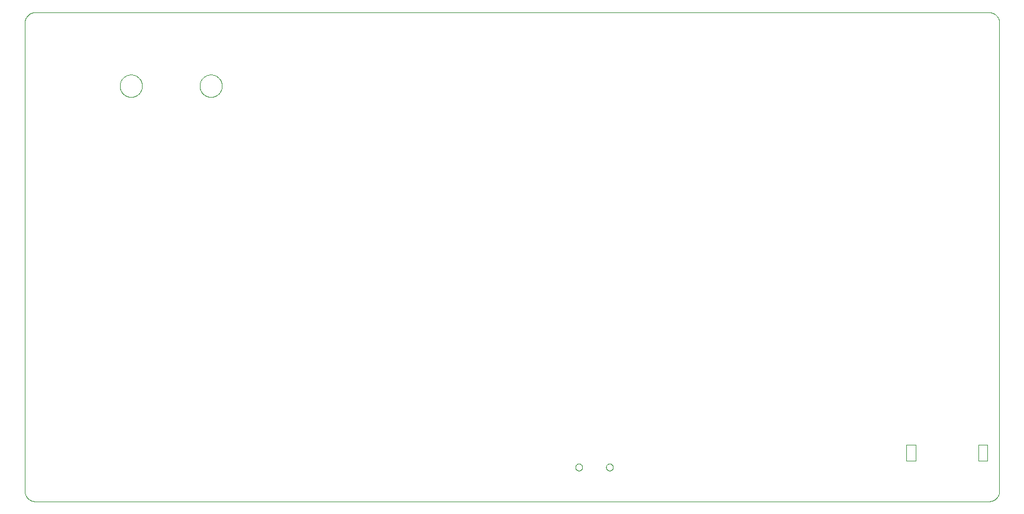
<source format=gko>
G75*
%MOIN*%
%OFA0B0*%
%FSLAX25Y25*%
%IPPOS*%
%LPD*%
%AMOC8*
5,1,8,0,0,1.08239X$1,22.5*
%
%ADD10C,0.00394*%
%ADD11C,0.00000*%
D10*
X0059849Y0138854D02*
X0597251Y0138854D01*
X0597403Y0138856D01*
X0597555Y0138862D01*
X0597707Y0138872D01*
X0597858Y0138885D01*
X0598009Y0138903D01*
X0598160Y0138924D01*
X0598310Y0138950D01*
X0598459Y0138979D01*
X0598608Y0139012D01*
X0598755Y0139049D01*
X0598902Y0139089D01*
X0599047Y0139134D01*
X0599191Y0139182D01*
X0599334Y0139234D01*
X0599476Y0139289D01*
X0599616Y0139348D01*
X0599755Y0139411D01*
X0599892Y0139477D01*
X0600027Y0139547D01*
X0600160Y0139620D01*
X0600291Y0139697D01*
X0600421Y0139777D01*
X0600548Y0139860D01*
X0600673Y0139946D01*
X0600796Y0140036D01*
X0600916Y0140129D01*
X0601034Y0140225D01*
X0601150Y0140324D01*
X0601263Y0140426D01*
X0601373Y0140530D01*
X0601481Y0140638D01*
X0601585Y0140748D01*
X0601687Y0140861D01*
X0601786Y0140977D01*
X0601882Y0141095D01*
X0601975Y0141215D01*
X0602065Y0141338D01*
X0602151Y0141463D01*
X0602234Y0141590D01*
X0602314Y0141720D01*
X0602391Y0141851D01*
X0602464Y0141984D01*
X0602534Y0142119D01*
X0602600Y0142256D01*
X0602663Y0142395D01*
X0602722Y0142535D01*
X0602777Y0142677D01*
X0602829Y0142820D01*
X0602877Y0142964D01*
X0602922Y0143109D01*
X0602962Y0143256D01*
X0602999Y0143403D01*
X0603032Y0143552D01*
X0603061Y0143701D01*
X0603087Y0143851D01*
X0603108Y0144002D01*
X0603126Y0144153D01*
X0603139Y0144304D01*
X0603149Y0144456D01*
X0603155Y0144608D01*
X0603157Y0144760D01*
X0603156Y0144760D02*
X0603156Y0408539D01*
X0603157Y0408539D02*
X0603155Y0408691D01*
X0603149Y0408843D01*
X0603139Y0408995D01*
X0603126Y0409146D01*
X0603108Y0409297D01*
X0603087Y0409448D01*
X0603061Y0409598D01*
X0603032Y0409747D01*
X0602999Y0409896D01*
X0602962Y0410043D01*
X0602922Y0410190D01*
X0602877Y0410335D01*
X0602829Y0410479D01*
X0602777Y0410622D01*
X0602722Y0410764D01*
X0602663Y0410904D01*
X0602600Y0411043D01*
X0602534Y0411180D01*
X0602464Y0411315D01*
X0602391Y0411448D01*
X0602314Y0411579D01*
X0602234Y0411709D01*
X0602151Y0411836D01*
X0602065Y0411961D01*
X0601975Y0412084D01*
X0601882Y0412204D01*
X0601786Y0412322D01*
X0601687Y0412438D01*
X0601585Y0412551D01*
X0601481Y0412661D01*
X0601373Y0412769D01*
X0601263Y0412873D01*
X0601150Y0412975D01*
X0601034Y0413074D01*
X0600916Y0413170D01*
X0600796Y0413263D01*
X0600673Y0413353D01*
X0600548Y0413439D01*
X0600421Y0413522D01*
X0600291Y0413602D01*
X0600160Y0413679D01*
X0600027Y0413752D01*
X0599892Y0413822D01*
X0599755Y0413888D01*
X0599616Y0413951D01*
X0599476Y0414010D01*
X0599334Y0414065D01*
X0599191Y0414117D01*
X0599047Y0414165D01*
X0598902Y0414210D01*
X0598755Y0414250D01*
X0598608Y0414287D01*
X0598459Y0414320D01*
X0598310Y0414349D01*
X0598160Y0414375D01*
X0598009Y0414396D01*
X0597858Y0414414D01*
X0597707Y0414427D01*
X0597555Y0414437D01*
X0597403Y0414443D01*
X0597251Y0414445D01*
X0059849Y0414445D01*
X0059697Y0414443D01*
X0059545Y0414437D01*
X0059393Y0414427D01*
X0059242Y0414414D01*
X0059091Y0414396D01*
X0058940Y0414375D01*
X0058790Y0414349D01*
X0058641Y0414320D01*
X0058492Y0414287D01*
X0058345Y0414250D01*
X0058198Y0414210D01*
X0058053Y0414165D01*
X0057909Y0414117D01*
X0057766Y0414065D01*
X0057624Y0414010D01*
X0057484Y0413951D01*
X0057345Y0413888D01*
X0057208Y0413822D01*
X0057073Y0413752D01*
X0056940Y0413679D01*
X0056809Y0413602D01*
X0056679Y0413522D01*
X0056552Y0413439D01*
X0056427Y0413353D01*
X0056304Y0413263D01*
X0056184Y0413170D01*
X0056066Y0413074D01*
X0055950Y0412975D01*
X0055837Y0412873D01*
X0055727Y0412769D01*
X0055619Y0412661D01*
X0055515Y0412551D01*
X0055413Y0412438D01*
X0055314Y0412322D01*
X0055218Y0412204D01*
X0055125Y0412084D01*
X0055035Y0411961D01*
X0054949Y0411836D01*
X0054866Y0411709D01*
X0054786Y0411579D01*
X0054709Y0411448D01*
X0054636Y0411315D01*
X0054566Y0411180D01*
X0054500Y0411043D01*
X0054437Y0410904D01*
X0054378Y0410764D01*
X0054323Y0410622D01*
X0054271Y0410479D01*
X0054223Y0410335D01*
X0054178Y0410190D01*
X0054138Y0410043D01*
X0054101Y0409896D01*
X0054068Y0409747D01*
X0054039Y0409598D01*
X0054013Y0409448D01*
X0053992Y0409297D01*
X0053974Y0409146D01*
X0053961Y0408995D01*
X0053951Y0408843D01*
X0053945Y0408691D01*
X0053943Y0408539D01*
X0053943Y0144760D01*
X0053945Y0144608D01*
X0053951Y0144456D01*
X0053961Y0144304D01*
X0053974Y0144153D01*
X0053992Y0144002D01*
X0054013Y0143851D01*
X0054039Y0143701D01*
X0054068Y0143552D01*
X0054101Y0143403D01*
X0054138Y0143256D01*
X0054178Y0143109D01*
X0054223Y0142964D01*
X0054271Y0142820D01*
X0054323Y0142677D01*
X0054378Y0142535D01*
X0054437Y0142395D01*
X0054500Y0142256D01*
X0054566Y0142119D01*
X0054636Y0141984D01*
X0054709Y0141851D01*
X0054786Y0141720D01*
X0054866Y0141590D01*
X0054949Y0141463D01*
X0055035Y0141338D01*
X0055125Y0141215D01*
X0055218Y0141095D01*
X0055314Y0140977D01*
X0055413Y0140861D01*
X0055515Y0140748D01*
X0055619Y0140638D01*
X0055727Y0140530D01*
X0055837Y0140426D01*
X0055950Y0140324D01*
X0056066Y0140225D01*
X0056184Y0140129D01*
X0056304Y0140036D01*
X0056427Y0139946D01*
X0056552Y0139860D01*
X0056679Y0139777D01*
X0056809Y0139697D01*
X0056940Y0139620D01*
X0057073Y0139547D01*
X0057208Y0139477D01*
X0057345Y0139411D01*
X0057484Y0139348D01*
X0057624Y0139289D01*
X0057766Y0139234D01*
X0057909Y0139182D01*
X0058053Y0139134D01*
X0058198Y0139089D01*
X0058345Y0139049D01*
X0058492Y0139012D01*
X0058641Y0138979D01*
X0058790Y0138950D01*
X0058940Y0138924D01*
X0059091Y0138903D01*
X0059242Y0138885D01*
X0059393Y0138872D01*
X0059545Y0138862D01*
X0059697Y0138856D01*
X0059849Y0138854D01*
X0550794Y0161689D02*
X0555912Y0161689D01*
X0555912Y0170744D01*
X0550794Y0170744D01*
X0550794Y0161689D01*
X0591345Y0161689D02*
X0596463Y0161689D01*
X0596463Y0170744D01*
X0591345Y0170744D01*
X0591345Y0161689D01*
D11*
X0381502Y0158146D02*
X0381504Y0158234D01*
X0381510Y0158322D01*
X0381520Y0158410D01*
X0381534Y0158498D01*
X0381551Y0158584D01*
X0381573Y0158670D01*
X0381598Y0158754D01*
X0381628Y0158838D01*
X0381660Y0158920D01*
X0381697Y0159000D01*
X0381737Y0159079D01*
X0381781Y0159156D01*
X0381828Y0159231D01*
X0381878Y0159303D01*
X0381932Y0159374D01*
X0381988Y0159441D01*
X0382048Y0159507D01*
X0382110Y0159569D01*
X0382176Y0159629D01*
X0382243Y0159685D01*
X0382314Y0159739D01*
X0382386Y0159789D01*
X0382461Y0159836D01*
X0382538Y0159880D01*
X0382617Y0159920D01*
X0382697Y0159957D01*
X0382779Y0159989D01*
X0382863Y0160019D01*
X0382947Y0160044D01*
X0383033Y0160066D01*
X0383119Y0160083D01*
X0383207Y0160097D01*
X0383295Y0160107D01*
X0383383Y0160113D01*
X0383471Y0160115D01*
X0383559Y0160113D01*
X0383647Y0160107D01*
X0383735Y0160097D01*
X0383823Y0160083D01*
X0383909Y0160066D01*
X0383995Y0160044D01*
X0384079Y0160019D01*
X0384163Y0159989D01*
X0384245Y0159957D01*
X0384325Y0159920D01*
X0384404Y0159880D01*
X0384481Y0159836D01*
X0384556Y0159789D01*
X0384628Y0159739D01*
X0384699Y0159685D01*
X0384766Y0159629D01*
X0384832Y0159569D01*
X0384894Y0159507D01*
X0384954Y0159441D01*
X0385010Y0159374D01*
X0385064Y0159303D01*
X0385114Y0159231D01*
X0385161Y0159156D01*
X0385205Y0159079D01*
X0385245Y0159000D01*
X0385282Y0158920D01*
X0385314Y0158838D01*
X0385344Y0158754D01*
X0385369Y0158670D01*
X0385391Y0158584D01*
X0385408Y0158498D01*
X0385422Y0158410D01*
X0385432Y0158322D01*
X0385438Y0158234D01*
X0385440Y0158146D01*
X0385438Y0158058D01*
X0385432Y0157970D01*
X0385422Y0157882D01*
X0385408Y0157794D01*
X0385391Y0157708D01*
X0385369Y0157622D01*
X0385344Y0157538D01*
X0385314Y0157454D01*
X0385282Y0157372D01*
X0385245Y0157292D01*
X0385205Y0157213D01*
X0385161Y0157136D01*
X0385114Y0157061D01*
X0385064Y0156989D01*
X0385010Y0156918D01*
X0384954Y0156851D01*
X0384894Y0156785D01*
X0384832Y0156723D01*
X0384766Y0156663D01*
X0384699Y0156607D01*
X0384628Y0156553D01*
X0384556Y0156503D01*
X0384481Y0156456D01*
X0384404Y0156412D01*
X0384325Y0156372D01*
X0384245Y0156335D01*
X0384163Y0156303D01*
X0384079Y0156273D01*
X0383995Y0156248D01*
X0383909Y0156226D01*
X0383823Y0156209D01*
X0383735Y0156195D01*
X0383647Y0156185D01*
X0383559Y0156179D01*
X0383471Y0156177D01*
X0383383Y0156179D01*
X0383295Y0156185D01*
X0383207Y0156195D01*
X0383119Y0156209D01*
X0383033Y0156226D01*
X0382947Y0156248D01*
X0382863Y0156273D01*
X0382779Y0156303D01*
X0382697Y0156335D01*
X0382617Y0156372D01*
X0382538Y0156412D01*
X0382461Y0156456D01*
X0382386Y0156503D01*
X0382314Y0156553D01*
X0382243Y0156607D01*
X0382176Y0156663D01*
X0382110Y0156723D01*
X0382048Y0156785D01*
X0381988Y0156851D01*
X0381932Y0156918D01*
X0381878Y0156989D01*
X0381828Y0157061D01*
X0381781Y0157136D01*
X0381737Y0157213D01*
X0381697Y0157292D01*
X0381660Y0157372D01*
X0381628Y0157454D01*
X0381598Y0157538D01*
X0381573Y0157622D01*
X0381551Y0157708D01*
X0381534Y0157794D01*
X0381520Y0157882D01*
X0381510Y0157970D01*
X0381504Y0158058D01*
X0381502Y0158146D01*
X0364179Y0158146D02*
X0364181Y0158234D01*
X0364187Y0158322D01*
X0364197Y0158410D01*
X0364211Y0158498D01*
X0364228Y0158584D01*
X0364250Y0158670D01*
X0364275Y0158754D01*
X0364305Y0158838D01*
X0364337Y0158920D01*
X0364374Y0159000D01*
X0364414Y0159079D01*
X0364458Y0159156D01*
X0364505Y0159231D01*
X0364555Y0159303D01*
X0364609Y0159374D01*
X0364665Y0159441D01*
X0364725Y0159507D01*
X0364787Y0159569D01*
X0364853Y0159629D01*
X0364920Y0159685D01*
X0364991Y0159739D01*
X0365063Y0159789D01*
X0365138Y0159836D01*
X0365215Y0159880D01*
X0365294Y0159920D01*
X0365374Y0159957D01*
X0365456Y0159989D01*
X0365540Y0160019D01*
X0365624Y0160044D01*
X0365710Y0160066D01*
X0365796Y0160083D01*
X0365884Y0160097D01*
X0365972Y0160107D01*
X0366060Y0160113D01*
X0366148Y0160115D01*
X0366236Y0160113D01*
X0366324Y0160107D01*
X0366412Y0160097D01*
X0366500Y0160083D01*
X0366586Y0160066D01*
X0366672Y0160044D01*
X0366756Y0160019D01*
X0366840Y0159989D01*
X0366922Y0159957D01*
X0367002Y0159920D01*
X0367081Y0159880D01*
X0367158Y0159836D01*
X0367233Y0159789D01*
X0367305Y0159739D01*
X0367376Y0159685D01*
X0367443Y0159629D01*
X0367509Y0159569D01*
X0367571Y0159507D01*
X0367631Y0159441D01*
X0367687Y0159374D01*
X0367741Y0159303D01*
X0367791Y0159231D01*
X0367838Y0159156D01*
X0367882Y0159079D01*
X0367922Y0159000D01*
X0367959Y0158920D01*
X0367991Y0158838D01*
X0368021Y0158754D01*
X0368046Y0158670D01*
X0368068Y0158584D01*
X0368085Y0158498D01*
X0368099Y0158410D01*
X0368109Y0158322D01*
X0368115Y0158234D01*
X0368117Y0158146D01*
X0368115Y0158058D01*
X0368109Y0157970D01*
X0368099Y0157882D01*
X0368085Y0157794D01*
X0368068Y0157708D01*
X0368046Y0157622D01*
X0368021Y0157538D01*
X0367991Y0157454D01*
X0367959Y0157372D01*
X0367922Y0157292D01*
X0367882Y0157213D01*
X0367838Y0157136D01*
X0367791Y0157061D01*
X0367741Y0156989D01*
X0367687Y0156918D01*
X0367631Y0156851D01*
X0367571Y0156785D01*
X0367509Y0156723D01*
X0367443Y0156663D01*
X0367376Y0156607D01*
X0367305Y0156553D01*
X0367233Y0156503D01*
X0367158Y0156456D01*
X0367081Y0156412D01*
X0367002Y0156372D01*
X0366922Y0156335D01*
X0366840Y0156303D01*
X0366756Y0156273D01*
X0366672Y0156248D01*
X0366586Y0156226D01*
X0366500Y0156209D01*
X0366412Y0156195D01*
X0366324Y0156185D01*
X0366236Y0156179D01*
X0366148Y0156177D01*
X0366060Y0156179D01*
X0365972Y0156185D01*
X0365884Y0156195D01*
X0365796Y0156209D01*
X0365710Y0156226D01*
X0365624Y0156248D01*
X0365540Y0156273D01*
X0365456Y0156303D01*
X0365374Y0156335D01*
X0365294Y0156372D01*
X0365215Y0156412D01*
X0365138Y0156456D01*
X0365063Y0156503D01*
X0364991Y0156553D01*
X0364920Y0156607D01*
X0364853Y0156663D01*
X0364787Y0156723D01*
X0364725Y0156785D01*
X0364665Y0156851D01*
X0364609Y0156918D01*
X0364555Y0156989D01*
X0364505Y0157061D01*
X0364458Y0157136D01*
X0364414Y0157213D01*
X0364374Y0157292D01*
X0364337Y0157372D01*
X0364305Y0157454D01*
X0364275Y0157538D01*
X0364250Y0157622D01*
X0364228Y0157708D01*
X0364211Y0157794D01*
X0364197Y0157882D01*
X0364187Y0157970D01*
X0364181Y0158058D01*
X0364179Y0158146D01*
X0152520Y0373037D02*
X0152522Y0373195D01*
X0152528Y0373353D01*
X0152538Y0373511D01*
X0152552Y0373669D01*
X0152570Y0373826D01*
X0152591Y0373983D01*
X0152617Y0374139D01*
X0152647Y0374295D01*
X0152680Y0374450D01*
X0152718Y0374603D01*
X0152759Y0374756D01*
X0152804Y0374908D01*
X0152853Y0375059D01*
X0152906Y0375208D01*
X0152962Y0375356D01*
X0153022Y0375502D01*
X0153086Y0375647D01*
X0153154Y0375790D01*
X0153225Y0375932D01*
X0153299Y0376072D01*
X0153377Y0376209D01*
X0153459Y0376345D01*
X0153543Y0376479D01*
X0153632Y0376610D01*
X0153723Y0376739D01*
X0153818Y0376866D01*
X0153915Y0376991D01*
X0154016Y0377113D01*
X0154120Y0377232D01*
X0154227Y0377349D01*
X0154337Y0377463D01*
X0154450Y0377574D01*
X0154565Y0377683D01*
X0154683Y0377788D01*
X0154804Y0377890D01*
X0154927Y0377990D01*
X0155053Y0378086D01*
X0155181Y0378179D01*
X0155311Y0378269D01*
X0155444Y0378355D01*
X0155579Y0378439D01*
X0155715Y0378518D01*
X0155854Y0378595D01*
X0155995Y0378667D01*
X0156137Y0378737D01*
X0156281Y0378802D01*
X0156427Y0378864D01*
X0156574Y0378922D01*
X0156723Y0378977D01*
X0156873Y0379028D01*
X0157024Y0379075D01*
X0157176Y0379118D01*
X0157329Y0379157D01*
X0157484Y0379193D01*
X0157639Y0379224D01*
X0157795Y0379252D01*
X0157951Y0379276D01*
X0158108Y0379296D01*
X0158266Y0379312D01*
X0158423Y0379324D01*
X0158582Y0379332D01*
X0158740Y0379336D01*
X0158898Y0379336D01*
X0159056Y0379332D01*
X0159215Y0379324D01*
X0159372Y0379312D01*
X0159530Y0379296D01*
X0159687Y0379276D01*
X0159843Y0379252D01*
X0159999Y0379224D01*
X0160154Y0379193D01*
X0160309Y0379157D01*
X0160462Y0379118D01*
X0160614Y0379075D01*
X0160765Y0379028D01*
X0160915Y0378977D01*
X0161064Y0378922D01*
X0161211Y0378864D01*
X0161357Y0378802D01*
X0161501Y0378737D01*
X0161643Y0378667D01*
X0161784Y0378595D01*
X0161923Y0378518D01*
X0162059Y0378439D01*
X0162194Y0378355D01*
X0162327Y0378269D01*
X0162457Y0378179D01*
X0162585Y0378086D01*
X0162711Y0377990D01*
X0162834Y0377890D01*
X0162955Y0377788D01*
X0163073Y0377683D01*
X0163188Y0377574D01*
X0163301Y0377463D01*
X0163411Y0377349D01*
X0163518Y0377232D01*
X0163622Y0377113D01*
X0163723Y0376991D01*
X0163820Y0376866D01*
X0163915Y0376739D01*
X0164006Y0376610D01*
X0164095Y0376479D01*
X0164179Y0376345D01*
X0164261Y0376209D01*
X0164339Y0376072D01*
X0164413Y0375932D01*
X0164484Y0375790D01*
X0164552Y0375647D01*
X0164616Y0375502D01*
X0164676Y0375356D01*
X0164732Y0375208D01*
X0164785Y0375059D01*
X0164834Y0374908D01*
X0164879Y0374756D01*
X0164920Y0374603D01*
X0164958Y0374450D01*
X0164991Y0374295D01*
X0165021Y0374139D01*
X0165047Y0373983D01*
X0165068Y0373826D01*
X0165086Y0373669D01*
X0165100Y0373511D01*
X0165110Y0373353D01*
X0165116Y0373195D01*
X0165118Y0373037D01*
X0165116Y0372879D01*
X0165110Y0372721D01*
X0165100Y0372563D01*
X0165086Y0372405D01*
X0165068Y0372248D01*
X0165047Y0372091D01*
X0165021Y0371935D01*
X0164991Y0371779D01*
X0164958Y0371624D01*
X0164920Y0371471D01*
X0164879Y0371318D01*
X0164834Y0371166D01*
X0164785Y0371015D01*
X0164732Y0370866D01*
X0164676Y0370718D01*
X0164616Y0370572D01*
X0164552Y0370427D01*
X0164484Y0370284D01*
X0164413Y0370142D01*
X0164339Y0370002D01*
X0164261Y0369865D01*
X0164179Y0369729D01*
X0164095Y0369595D01*
X0164006Y0369464D01*
X0163915Y0369335D01*
X0163820Y0369208D01*
X0163723Y0369083D01*
X0163622Y0368961D01*
X0163518Y0368842D01*
X0163411Y0368725D01*
X0163301Y0368611D01*
X0163188Y0368500D01*
X0163073Y0368391D01*
X0162955Y0368286D01*
X0162834Y0368184D01*
X0162711Y0368084D01*
X0162585Y0367988D01*
X0162457Y0367895D01*
X0162327Y0367805D01*
X0162194Y0367719D01*
X0162059Y0367635D01*
X0161923Y0367556D01*
X0161784Y0367479D01*
X0161643Y0367407D01*
X0161501Y0367337D01*
X0161357Y0367272D01*
X0161211Y0367210D01*
X0161064Y0367152D01*
X0160915Y0367097D01*
X0160765Y0367046D01*
X0160614Y0366999D01*
X0160462Y0366956D01*
X0160309Y0366917D01*
X0160154Y0366881D01*
X0159999Y0366850D01*
X0159843Y0366822D01*
X0159687Y0366798D01*
X0159530Y0366778D01*
X0159372Y0366762D01*
X0159215Y0366750D01*
X0159056Y0366742D01*
X0158898Y0366738D01*
X0158740Y0366738D01*
X0158582Y0366742D01*
X0158423Y0366750D01*
X0158266Y0366762D01*
X0158108Y0366778D01*
X0157951Y0366798D01*
X0157795Y0366822D01*
X0157639Y0366850D01*
X0157484Y0366881D01*
X0157329Y0366917D01*
X0157176Y0366956D01*
X0157024Y0366999D01*
X0156873Y0367046D01*
X0156723Y0367097D01*
X0156574Y0367152D01*
X0156427Y0367210D01*
X0156281Y0367272D01*
X0156137Y0367337D01*
X0155995Y0367407D01*
X0155854Y0367479D01*
X0155715Y0367556D01*
X0155579Y0367635D01*
X0155444Y0367719D01*
X0155311Y0367805D01*
X0155181Y0367895D01*
X0155053Y0367988D01*
X0154927Y0368084D01*
X0154804Y0368184D01*
X0154683Y0368286D01*
X0154565Y0368391D01*
X0154450Y0368500D01*
X0154337Y0368611D01*
X0154227Y0368725D01*
X0154120Y0368842D01*
X0154016Y0368961D01*
X0153915Y0369083D01*
X0153818Y0369208D01*
X0153723Y0369335D01*
X0153632Y0369464D01*
X0153543Y0369595D01*
X0153459Y0369729D01*
X0153377Y0369865D01*
X0153299Y0370002D01*
X0153225Y0370142D01*
X0153154Y0370284D01*
X0153086Y0370427D01*
X0153022Y0370572D01*
X0152962Y0370718D01*
X0152906Y0370866D01*
X0152853Y0371015D01*
X0152804Y0371166D01*
X0152759Y0371318D01*
X0152718Y0371471D01*
X0152680Y0371624D01*
X0152647Y0371779D01*
X0152617Y0371935D01*
X0152591Y0372091D01*
X0152570Y0372248D01*
X0152552Y0372405D01*
X0152538Y0372563D01*
X0152528Y0372721D01*
X0152522Y0372879D01*
X0152520Y0373037D01*
X0107520Y0373037D02*
X0107522Y0373195D01*
X0107528Y0373353D01*
X0107538Y0373511D01*
X0107552Y0373669D01*
X0107570Y0373826D01*
X0107591Y0373983D01*
X0107617Y0374139D01*
X0107647Y0374295D01*
X0107680Y0374450D01*
X0107718Y0374603D01*
X0107759Y0374756D01*
X0107804Y0374908D01*
X0107853Y0375059D01*
X0107906Y0375208D01*
X0107962Y0375356D01*
X0108022Y0375502D01*
X0108086Y0375647D01*
X0108154Y0375790D01*
X0108225Y0375932D01*
X0108299Y0376072D01*
X0108377Y0376209D01*
X0108459Y0376345D01*
X0108543Y0376479D01*
X0108632Y0376610D01*
X0108723Y0376739D01*
X0108818Y0376866D01*
X0108915Y0376991D01*
X0109016Y0377113D01*
X0109120Y0377232D01*
X0109227Y0377349D01*
X0109337Y0377463D01*
X0109450Y0377574D01*
X0109565Y0377683D01*
X0109683Y0377788D01*
X0109804Y0377890D01*
X0109927Y0377990D01*
X0110053Y0378086D01*
X0110181Y0378179D01*
X0110311Y0378269D01*
X0110444Y0378355D01*
X0110579Y0378439D01*
X0110715Y0378518D01*
X0110854Y0378595D01*
X0110995Y0378667D01*
X0111137Y0378737D01*
X0111281Y0378802D01*
X0111427Y0378864D01*
X0111574Y0378922D01*
X0111723Y0378977D01*
X0111873Y0379028D01*
X0112024Y0379075D01*
X0112176Y0379118D01*
X0112329Y0379157D01*
X0112484Y0379193D01*
X0112639Y0379224D01*
X0112795Y0379252D01*
X0112951Y0379276D01*
X0113108Y0379296D01*
X0113266Y0379312D01*
X0113423Y0379324D01*
X0113582Y0379332D01*
X0113740Y0379336D01*
X0113898Y0379336D01*
X0114056Y0379332D01*
X0114215Y0379324D01*
X0114372Y0379312D01*
X0114530Y0379296D01*
X0114687Y0379276D01*
X0114843Y0379252D01*
X0114999Y0379224D01*
X0115154Y0379193D01*
X0115309Y0379157D01*
X0115462Y0379118D01*
X0115614Y0379075D01*
X0115765Y0379028D01*
X0115915Y0378977D01*
X0116064Y0378922D01*
X0116211Y0378864D01*
X0116357Y0378802D01*
X0116501Y0378737D01*
X0116643Y0378667D01*
X0116784Y0378595D01*
X0116923Y0378518D01*
X0117059Y0378439D01*
X0117194Y0378355D01*
X0117327Y0378269D01*
X0117457Y0378179D01*
X0117585Y0378086D01*
X0117711Y0377990D01*
X0117834Y0377890D01*
X0117955Y0377788D01*
X0118073Y0377683D01*
X0118188Y0377574D01*
X0118301Y0377463D01*
X0118411Y0377349D01*
X0118518Y0377232D01*
X0118622Y0377113D01*
X0118723Y0376991D01*
X0118820Y0376866D01*
X0118915Y0376739D01*
X0119006Y0376610D01*
X0119095Y0376479D01*
X0119179Y0376345D01*
X0119261Y0376209D01*
X0119339Y0376072D01*
X0119413Y0375932D01*
X0119484Y0375790D01*
X0119552Y0375647D01*
X0119616Y0375502D01*
X0119676Y0375356D01*
X0119732Y0375208D01*
X0119785Y0375059D01*
X0119834Y0374908D01*
X0119879Y0374756D01*
X0119920Y0374603D01*
X0119958Y0374450D01*
X0119991Y0374295D01*
X0120021Y0374139D01*
X0120047Y0373983D01*
X0120068Y0373826D01*
X0120086Y0373669D01*
X0120100Y0373511D01*
X0120110Y0373353D01*
X0120116Y0373195D01*
X0120118Y0373037D01*
X0120116Y0372879D01*
X0120110Y0372721D01*
X0120100Y0372563D01*
X0120086Y0372405D01*
X0120068Y0372248D01*
X0120047Y0372091D01*
X0120021Y0371935D01*
X0119991Y0371779D01*
X0119958Y0371624D01*
X0119920Y0371471D01*
X0119879Y0371318D01*
X0119834Y0371166D01*
X0119785Y0371015D01*
X0119732Y0370866D01*
X0119676Y0370718D01*
X0119616Y0370572D01*
X0119552Y0370427D01*
X0119484Y0370284D01*
X0119413Y0370142D01*
X0119339Y0370002D01*
X0119261Y0369865D01*
X0119179Y0369729D01*
X0119095Y0369595D01*
X0119006Y0369464D01*
X0118915Y0369335D01*
X0118820Y0369208D01*
X0118723Y0369083D01*
X0118622Y0368961D01*
X0118518Y0368842D01*
X0118411Y0368725D01*
X0118301Y0368611D01*
X0118188Y0368500D01*
X0118073Y0368391D01*
X0117955Y0368286D01*
X0117834Y0368184D01*
X0117711Y0368084D01*
X0117585Y0367988D01*
X0117457Y0367895D01*
X0117327Y0367805D01*
X0117194Y0367719D01*
X0117059Y0367635D01*
X0116923Y0367556D01*
X0116784Y0367479D01*
X0116643Y0367407D01*
X0116501Y0367337D01*
X0116357Y0367272D01*
X0116211Y0367210D01*
X0116064Y0367152D01*
X0115915Y0367097D01*
X0115765Y0367046D01*
X0115614Y0366999D01*
X0115462Y0366956D01*
X0115309Y0366917D01*
X0115154Y0366881D01*
X0114999Y0366850D01*
X0114843Y0366822D01*
X0114687Y0366798D01*
X0114530Y0366778D01*
X0114372Y0366762D01*
X0114215Y0366750D01*
X0114056Y0366742D01*
X0113898Y0366738D01*
X0113740Y0366738D01*
X0113582Y0366742D01*
X0113423Y0366750D01*
X0113266Y0366762D01*
X0113108Y0366778D01*
X0112951Y0366798D01*
X0112795Y0366822D01*
X0112639Y0366850D01*
X0112484Y0366881D01*
X0112329Y0366917D01*
X0112176Y0366956D01*
X0112024Y0366999D01*
X0111873Y0367046D01*
X0111723Y0367097D01*
X0111574Y0367152D01*
X0111427Y0367210D01*
X0111281Y0367272D01*
X0111137Y0367337D01*
X0110995Y0367407D01*
X0110854Y0367479D01*
X0110715Y0367556D01*
X0110579Y0367635D01*
X0110444Y0367719D01*
X0110311Y0367805D01*
X0110181Y0367895D01*
X0110053Y0367988D01*
X0109927Y0368084D01*
X0109804Y0368184D01*
X0109683Y0368286D01*
X0109565Y0368391D01*
X0109450Y0368500D01*
X0109337Y0368611D01*
X0109227Y0368725D01*
X0109120Y0368842D01*
X0109016Y0368961D01*
X0108915Y0369083D01*
X0108818Y0369208D01*
X0108723Y0369335D01*
X0108632Y0369464D01*
X0108543Y0369595D01*
X0108459Y0369729D01*
X0108377Y0369865D01*
X0108299Y0370002D01*
X0108225Y0370142D01*
X0108154Y0370284D01*
X0108086Y0370427D01*
X0108022Y0370572D01*
X0107962Y0370718D01*
X0107906Y0370866D01*
X0107853Y0371015D01*
X0107804Y0371166D01*
X0107759Y0371318D01*
X0107718Y0371471D01*
X0107680Y0371624D01*
X0107647Y0371779D01*
X0107617Y0371935D01*
X0107591Y0372091D01*
X0107570Y0372248D01*
X0107552Y0372405D01*
X0107538Y0372563D01*
X0107528Y0372721D01*
X0107522Y0372879D01*
X0107520Y0373037D01*
M02*

</source>
